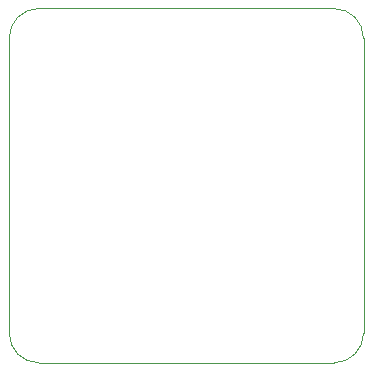
<source format=gm1>
%TF.GenerationSoftware,KiCad,Pcbnew,9.0.5*%
%TF.CreationDate,2026-01-28T11:34:24-05:00*%
%TF.ProjectId,lmp91000-pcb,6c6d7039-3130-4303-902d-7063622e6b69,rev?*%
%TF.SameCoordinates,Original*%
%TF.FileFunction,Profile,NP*%
%FSLAX46Y46*%
G04 Gerber Fmt 4.6, Leading zero omitted, Abs format (unit mm)*
G04 Created by KiCad (PCBNEW 9.0.5) date 2026-01-28 11:34:24*
%MOMM*%
%LPD*%
G01*
G04 APERTURE LIST*
%TA.AperFunction,Profile*%
%ADD10C,0.050000*%
%TD*%
G04 APERTURE END LIST*
D10*
X60000000Y-32500000D02*
X35000000Y-32500000D01*
X35000000Y-62500000D02*
G75*
G02*
X32500000Y-60000000I0J2500000D01*
G01*
X60000000Y-32500000D02*
G75*
G02*
X62500000Y-35000000I0J-2500000D01*
G01*
X62500000Y-60000000D02*
X62500000Y-35000000D01*
X32500000Y-35000000D02*
G75*
G02*
X35000000Y-32500000I2500000J0D01*
G01*
X35000000Y-62500000D02*
X60000000Y-62500000D01*
X32500000Y-35000000D02*
X32500000Y-60000000D01*
X62500000Y-60000000D02*
G75*
G02*
X60000000Y-62500000I-2500000J0D01*
G01*
M02*

</source>
